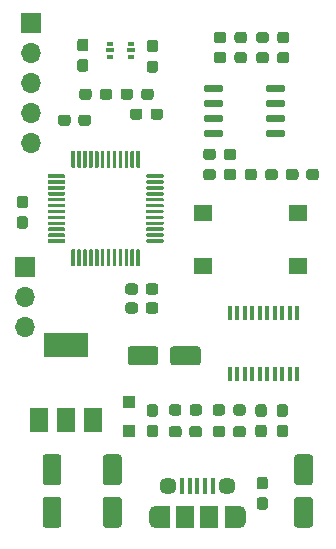
<source format=gts>
%TF.GenerationSoftware,KiCad,Pcbnew,(5.1.10)-1*%
%TF.CreationDate,2021-07-24T18:54:27+10:00*%
%TF.ProjectId,temperature_logger,74656d70-6572-4617-9475-72655f6c6f67,rev?*%
%TF.SameCoordinates,Original*%
%TF.FileFunction,Soldermask,Top*%
%TF.FilePolarity,Negative*%
%FSLAX46Y46*%
G04 Gerber Fmt 4.6, Leading zero omitted, Abs format (unit mm)*
G04 Created by KiCad (PCBNEW (5.1.10)-1) date 2021-07-24 18:54:27*
%MOMM*%
%LPD*%
G01*
G04 APERTURE LIST*
%ADD10O,1.700000X1.700000*%
%ADD11R,1.700000X1.700000*%
%ADD12R,1.600000X1.400000*%
%ADD13R,1.000000X1.000000*%
%ADD14R,0.400000X1.200000*%
%ADD15R,1.500000X2.000000*%
%ADD16R,3.800000X2.000000*%
%ADD17R,0.500000X0.375000*%
%ADD18R,0.650000X0.300000*%
%ADD19R,1.200000X1.900000*%
%ADD20O,1.200000X1.900000*%
%ADD21R,1.500000X1.900000*%
%ADD22C,1.450000*%
%ADD23R,0.400000X1.350000*%
G04 APERTURE END LIST*
D10*
%TO.C,J4*%
X131800000Y-92380000D03*
X131800000Y-89840000D03*
D11*
X131800000Y-87300000D03*
%TD*%
D10*
%TO.C,J1*%
X132300000Y-76860000D03*
X132300000Y-74320000D03*
X132300000Y-71780000D03*
X132300000Y-69240000D03*
D11*
X132300000Y-66700000D03*
%TD*%
D12*
%TO.C,SW1*%
X146900000Y-87250000D03*
X154900000Y-87250000D03*
X146900000Y-82750000D03*
X154900000Y-82750000D03*
%TD*%
%TO.C,C2*%
G36*
G01*
X155625000Y-79737500D02*
X155625000Y-79262500D01*
G75*
G02*
X155862500Y-79025000I237500J0D01*
G01*
X156462500Y-79025000D01*
G75*
G02*
X156700000Y-79262500I0J-237500D01*
G01*
X156700000Y-79737500D01*
G75*
G02*
X156462500Y-79975000I-237500J0D01*
G01*
X155862500Y-79975000D01*
G75*
G02*
X155625000Y-79737500I0J237500D01*
G01*
G37*
G36*
G01*
X153900000Y-79737500D02*
X153900000Y-79262500D01*
G75*
G02*
X154137500Y-79025000I237500J0D01*
G01*
X154737500Y-79025000D01*
G75*
G02*
X154975000Y-79262500I0J-237500D01*
G01*
X154975000Y-79737500D01*
G75*
G02*
X154737500Y-79975000I-237500J0D01*
G01*
X154137500Y-79975000D01*
G75*
G02*
X153900000Y-79737500I0J237500D01*
G01*
G37*
%TD*%
%TO.C,C8*%
G36*
G01*
X138650000Y-106800000D02*
X139750000Y-106800000D01*
G75*
G02*
X140000000Y-107050000I0J-250000D01*
G01*
X140000000Y-109150000D01*
G75*
G02*
X139750000Y-109400000I-250000J0D01*
G01*
X138650000Y-109400000D01*
G75*
G02*
X138400000Y-109150000I0J250000D01*
G01*
X138400000Y-107050000D01*
G75*
G02*
X138650000Y-106800000I250000J0D01*
G01*
G37*
G36*
G01*
X138650000Y-103200000D02*
X139750000Y-103200000D01*
G75*
G02*
X140000000Y-103450000I0J-250000D01*
G01*
X140000000Y-105550000D01*
G75*
G02*
X139750000Y-105800000I-250000J0D01*
G01*
X138650000Y-105800000D01*
G75*
G02*
X138400000Y-105550000I0J250000D01*
G01*
X138400000Y-103450000D01*
G75*
G02*
X138650000Y-103200000I250000J0D01*
G01*
G37*
%TD*%
%TO.C,C15*%
G36*
G01*
X154850000Y-106800000D02*
X155950000Y-106800000D01*
G75*
G02*
X156200000Y-107050000I0J-250000D01*
G01*
X156200000Y-109150000D01*
G75*
G02*
X155950000Y-109400000I-250000J0D01*
G01*
X154850000Y-109400000D01*
G75*
G02*
X154600000Y-109150000I0J250000D01*
G01*
X154600000Y-107050000D01*
G75*
G02*
X154850000Y-106800000I250000J0D01*
G01*
G37*
G36*
G01*
X154850000Y-103200000D02*
X155950000Y-103200000D01*
G75*
G02*
X156200000Y-103450000I0J-250000D01*
G01*
X156200000Y-105550000D01*
G75*
G02*
X155950000Y-105800000I-250000J0D01*
G01*
X154850000Y-105800000D01*
G75*
G02*
X154600000Y-105550000I0J250000D01*
G01*
X154600000Y-103450000D01*
G75*
G02*
X154850000Y-103200000I250000J0D01*
G01*
G37*
%TD*%
%TO.C,C12*%
G36*
G01*
X149425000Y-101507500D02*
X149425000Y-101032500D01*
G75*
G02*
X149662500Y-100795000I237500J0D01*
G01*
X150262500Y-100795000D01*
G75*
G02*
X150500000Y-101032500I0J-237500D01*
G01*
X150500000Y-101507500D01*
G75*
G02*
X150262500Y-101745000I-237500J0D01*
G01*
X149662500Y-101745000D01*
G75*
G02*
X149425000Y-101507500I0J237500D01*
G01*
G37*
G36*
G01*
X147700000Y-101507500D02*
X147700000Y-101032500D01*
G75*
G02*
X147937500Y-100795000I237500J0D01*
G01*
X148537500Y-100795000D01*
G75*
G02*
X148775000Y-101032500I0J-237500D01*
G01*
X148775000Y-101507500D01*
G75*
G02*
X148537500Y-101745000I-237500J0D01*
G01*
X147937500Y-101745000D01*
G75*
G02*
X147700000Y-101507500I0J237500D01*
G01*
G37*
%TD*%
%TO.C,C11*%
G36*
G01*
X145075000Y-101032500D02*
X145075000Y-101507500D01*
G75*
G02*
X144837500Y-101745000I-237500J0D01*
G01*
X144237500Y-101745000D01*
G75*
G02*
X144000000Y-101507500I0J237500D01*
G01*
X144000000Y-101032500D01*
G75*
G02*
X144237500Y-100795000I237500J0D01*
G01*
X144837500Y-100795000D01*
G75*
G02*
X145075000Y-101032500I0J-237500D01*
G01*
G37*
G36*
G01*
X146800000Y-101032500D02*
X146800000Y-101507500D01*
G75*
G02*
X146562500Y-101745000I-237500J0D01*
G01*
X145962500Y-101745000D01*
G75*
G02*
X145725000Y-101507500I0J237500D01*
G01*
X145725000Y-101032500D01*
G75*
G02*
X145962500Y-100795000I237500J0D01*
G01*
X146562500Y-100795000D01*
G75*
G02*
X146800000Y-101032500I0J-237500D01*
G01*
G37*
%TD*%
D13*
%TO.C,D3*%
X140600000Y-101250000D03*
X140600000Y-98750000D03*
%TD*%
%TO.C,D2*%
G36*
G01*
X148850000Y-67662500D02*
X148850000Y-68137500D01*
G75*
G02*
X148612500Y-68375000I-237500J0D01*
G01*
X148037500Y-68375000D01*
G75*
G02*
X147800000Y-68137500I0J237500D01*
G01*
X147800000Y-67662500D01*
G75*
G02*
X148037500Y-67425000I237500J0D01*
G01*
X148612500Y-67425000D01*
G75*
G02*
X148850000Y-67662500I0J-237500D01*
G01*
G37*
G36*
G01*
X150600000Y-67662500D02*
X150600000Y-68137500D01*
G75*
G02*
X150362500Y-68375000I-237500J0D01*
G01*
X149787500Y-68375000D01*
G75*
G02*
X149550000Y-68137500I0J237500D01*
G01*
X149550000Y-67662500D01*
G75*
G02*
X149787500Y-67425000I237500J0D01*
G01*
X150362500Y-67425000D01*
G75*
G02*
X150600000Y-67662500I0J-237500D01*
G01*
G37*
%TD*%
%TO.C,D1*%
G36*
G01*
X152450000Y-67662500D02*
X152450000Y-68137500D01*
G75*
G02*
X152212500Y-68375000I-237500J0D01*
G01*
X151637500Y-68375000D01*
G75*
G02*
X151400000Y-68137500I0J237500D01*
G01*
X151400000Y-67662500D01*
G75*
G02*
X151637500Y-67425000I237500J0D01*
G01*
X152212500Y-67425000D01*
G75*
G02*
X152450000Y-67662500I0J-237500D01*
G01*
G37*
G36*
G01*
X154200000Y-67662500D02*
X154200000Y-68137500D01*
G75*
G02*
X153962500Y-68375000I-237500J0D01*
G01*
X153387500Y-68375000D01*
G75*
G02*
X153150000Y-68137500I0J237500D01*
G01*
X153150000Y-67662500D01*
G75*
G02*
X153387500Y-67425000I237500J0D01*
G01*
X153962500Y-67425000D01*
G75*
G02*
X154200000Y-67662500I0J-237500D01*
G01*
G37*
%TD*%
%TO.C,C10*%
G36*
G01*
X144100000Y-95400000D02*
X144100000Y-94300000D01*
G75*
G02*
X144350000Y-94050000I250000J0D01*
G01*
X146450000Y-94050000D01*
G75*
G02*
X146700000Y-94300000I0J-250000D01*
G01*
X146700000Y-95400000D01*
G75*
G02*
X146450000Y-95650000I-250000J0D01*
G01*
X144350000Y-95650000D01*
G75*
G02*
X144100000Y-95400000I0J250000D01*
G01*
G37*
G36*
G01*
X140500000Y-95400000D02*
X140500000Y-94300000D01*
G75*
G02*
X140750000Y-94050000I250000J0D01*
G01*
X142850000Y-94050000D01*
G75*
G02*
X143100000Y-94300000I0J-250000D01*
G01*
X143100000Y-95400000D01*
G75*
G02*
X142850000Y-95650000I-250000J0D01*
G01*
X140750000Y-95650000D01*
G75*
G02*
X140500000Y-95400000I0J250000D01*
G01*
G37*
%TD*%
%TO.C,C9*%
G36*
G01*
X133550000Y-103200000D02*
X134650000Y-103200000D01*
G75*
G02*
X134900000Y-103450000I0J-250000D01*
G01*
X134900000Y-105550000D01*
G75*
G02*
X134650000Y-105800000I-250000J0D01*
G01*
X133550000Y-105800000D01*
G75*
G02*
X133300000Y-105550000I0J250000D01*
G01*
X133300000Y-103450000D01*
G75*
G02*
X133550000Y-103200000I250000J0D01*
G01*
G37*
G36*
G01*
X133550000Y-106800000D02*
X134650000Y-106800000D01*
G75*
G02*
X134900000Y-107050000I0J-250000D01*
G01*
X134900000Y-109150000D01*
G75*
G02*
X134650000Y-109400000I-250000J0D01*
G01*
X133550000Y-109400000D01*
G75*
G02*
X133300000Y-109150000I0J250000D01*
G01*
X133300000Y-107050000D01*
G75*
G02*
X133550000Y-106800000I250000J0D01*
G01*
G37*
%TD*%
D14*
%TO.C,U5*%
X154857500Y-96400000D03*
X154222500Y-96400000D03*
X153587500Y-96400000D03*
X152952500Y-96400000D03*
X152317500Y-96400000D03*
X151682500Y-96400000D03*
X151047500Y-96400000D03*
X150412500Y-96400000D03*
X149777500Y-96400000D03*
X149142500Y-96400000D03*
X149142500Y-91200000D03*
X149777500Y-91200000D03*
X150412500Y-91200000D03*
X151047500Y-91200000D03*
X151682500Y-91200000D03*
X152317500Y-91200000D03*
X152952500Y-91200000D03*
X153587500Y-91200000D03*
X154222500Y-91200000D03*
X154857500Y-91200000D03*
%TD*%
D15*
%TO.C,U4*%
X133000000Y-100250000D03*
X137600000Y-100250000D03*
X135300000Y-100250000D03*
D16*
X135300000Y-93950000D03*
%TD*%
%TO.C,U3*%
G36*
G01*
X135740000Y-78884000D02*
X135740000Y-77559000D01*
G75*
G02*
X135815000Y-77484000I75000J0D01*
G01*
X135965000Y-77484000D01*
G75*
G02*
X136040000Y-77559000I0J-75000D01*
G01*
X136040000Y-78884000D01*
G75*
G02*
X135965000Y-78959000I-75000J0D01*
G01*
X135815000Y-78959000D01*
G75*
G02*
X135740000Y-78884000I0J75000D01*
G01*
G37*
G36*
G01*
X136240000Y-78884000D02*
X136240000Y-77559000D01*
G75*
G02*
X136315000Y-77484000I75000J0D01*
G01*
X136465000Y-77484000D01*
G75*
G02*
X136540000Y-77559000I0J-75000D01*
G01*
X136540000Y-78884000D01*
G75*
G02*
X136465000Y-78959000I-75000J0D01*
G01*
X136315000Y-78959000D01*
G75*
G02*
X136240000Y-78884000I0J75000D01*
G01*
G37*
G36*
G01*
X136740000Y-78884000D02*
X136740000Y-77559000D01*
G75*
G02*
X136815000Y-77484000I75000J0D01*
G01*
X136965000Y-77484000D01*
G75*
G02*
X137040000Y-77559000I0J-75000D01*
G01*
X137040000Y-78884000D01*
G75*
G02*
X136965000Y-78959000I-75000J0D01*
G01*
X136815000Y-78959000D01*
G75*
G02*
X136740000Y-78884000I0J75000D01*
G01*
G37*
G36*
G01*
X137240000Y-78884000D02*
X137240000Y-77559000D01*
G75*
G02*
X137315000Y-77484000I75000J0D01*
G01*
X137465000Y-77484000D01*
G75*
G02*
X137540000Y-77559000I0J-75000D01*
G01*
X137540000Y-78884000D01*
G75*
G02*
X137465000Y-78959000I-75000J0D01*
G01*
X137315000Y-78959000D01*
G75*
G02*
X137240000Y-78884000I0J75000D01*
G01*
G37*
G36*
G01*
X137740000Y-78884000D02*
X137740000Y-77559000D01*
G75*
G02*
X137815000Y-77484000I75000J0D01*
G01*
X137965000Y-77484000D01*
G75*
G02*
X138040000Y-77559000I0J-75000D01*
G01*
X138040000Y-78884000D01*
G75*
G02*
X137965000Y-78959000I-75000J0D01*
G01*
X137815000Y-78959000D01*
G75*
G02*
X137740000Y-78884000I0J75000D01*
G01*
G37*
G36*
G01*
X138240000Y-78884000D02*
X138240000Y-77559000D01*
G75*
G02*
X138315000Y-77484000I75000J0D01*
G01*
X138465000Y-77484000D01*
G75*
G02*
X138540000Y-77559000I0J-75000D01*
G01*
X138540000Y-78884000D01*
G75*
G02*
X138465000Y-78959000I-75000J0D01*
G01*
X138315000Y-78959000D01*
G75*
G02*
X138240000Y-78884000I0J75000D01*
G01*
G37*
G36*
G01*
X138740000Y-78884000D02*
X138740000Y-77559000D01*
G75*
G02*
X138815000Y-77484000I75000J0D01*
G01*
X138965000Y-77484000D01*
G75*
G02*
X139040000Y-77559000I0J-75000D01*
G01*
X139040000Y-78884000D01*
G75*
G02*
X138965000Y-78959000I-75000J0D01*
G01*
X138815000Y-78959000D01*
G75*
G02*
X138740000Y-78884000I0J75000D01*
G01*
G37*
G36*
G01*
X139240000Y-78884000D02*
X139240000Y-77559000D01*
G75*
G02*
X139315000Y-77484000I75000J0D01*
G01*
X139465000Y-77484000D01*
G75*
G02*
X139540000Y-77559000I0J-75000D01*
G01*
X139540000Y-78884000D01*
G75*
G02*
X139465000Y-78959000I-75000J0D01*
G01*
X139315000Y-78959000D01*
G75*
G02*
X139240000Y-78884000I0J75000D01*
G01*
G37*
G36*
G01*
X139740000Y-78884000D02*
X139740000Y-77559000D01*
G75*
G02*
X139815000Y-77484000I75000J0D01*
G01*
X139965000Y-77484000D01*
G75*
G02*
X140040000Y-77559000I0J-75000D01*
G01*
X140040000Y-78884000D01*
G75*
G02*
X139965000Y-78959000I-75000J0D01*
G01*
X139815000Y-78959000D01*
G75*
G02*
X139740000Y-78884000I0J75000D01*
G01*
G37*
G36*
G01*
X140240000Y-78884000D02*
X140240000Y-77559000D01*
G75*
G02*
X140315000Y-77484000I75000J0D01*
G01*
X140465000Y-77484000D01*
G75*
G02*
X140540000Y-77559000I0J-75000D01*
G01*
X140540000Y-78884000D01*
G75*
G02*
X140465000Y-78959000I-75000J0D01*
G01*
X140315000Y-78959000D01*
G75*
G02*
X140240000Y-78884000I0J75000D01*
G01*
G37*
G36*
G01*
X140740000Y-78884000D02*
X140740000Y-77559000D01*
G75*
G02*
X140815000Y-77484000I75000J0D01*
G01*
X140965000Y-77484000D01*
G75*
G02*
X141040000Y-77559000I0J-75000D01*
G01*
X141040000Y-78884000D01*
G75*
G02*
X140965000Y-78959000I-75000J0D01*
G01*
X140815000Y-78959000D01*
G75*
G02*
X140740000Y-78884000I0J75000D01*
G01*
G37*
G36*
G01*
X141240000Y-78884000D02*
X141240000Y-77559000D01*
G75*
G02*
X141315000Y-77484000I75000J0D01*
G01*
X141465000Y-77484000D01*
G75*
G02*
X141540000Y-77559000I0J-75000D01*
G01*
X141540000Y-78884000D01*
G75*
G02*
X141465000Y-78959000I-75000J0D01*
G01*
X141315000Y-78959000D01*
G75*
G02*
X141240000Y-78884000I0J75000D01*
G01*
G37*
G36*
G01*
X142065000Y-79709000D02*
X142065000Y-79559000D01*
G75*
G02*
X142140000Y-79484000I75000J0D01*
G01*
X143465000Y-79484000D01*
G75*
G02*
X143540000Y-79559000I0J-75000D01*
G01*
X143540000Y-79709000D01*
G75*
G02*
X143465000Y-79784000I-75000J0D01*
G01*
X142140000Y-79784000D01*
G75*
G02*
X142065000Y-79709000I0J75000D01*
G01*
G37*
G36*
G01*
X142065000Y-80209000D02*
X142065000Y-80059000D01*
G75*
G02*
X142140000Y-79984000I75000J0D01*
G01*
X143465000Y-79984000D01*
G75*
G02*
X143540000Y-80059000I0J-75000D01*
G01*
X143540000Y-80209000D01*
G75*
G02*
X143465000Y-80284000I-75000J0D01*
G01*
X142140000Y-80284000D01*
G75*
G02*
X142065000Y-80209000I0J75000D01*
G01*
G37*
G36*
G01*
X142065000Y-80709000D02*
X142065000Y-80559000D01*
G75*
G02*
X142140000Y-80484000I75000J0D01*
G01*
X143465000Y-80484000D01*
G75*
G02*
X143540000Y-80559000I0J-75000D01*
G01*
X143540000Y-80709000D01*
G75*
G02*
X143465000Y-80784000I-75000J0D01*
G01*
X142140000Y-80784000D01*
G75*
G02*
X142065000Y-80709000I0J75000D01*
G01*
G37*
G36*
G01*
X142065000Y-81209000D02*
X142065000Y-81059000D01*
G75*
G02*
X142140000Y-80984000I75000J0D01*
G01*
X143465000Y-80984000D01*
G75*
G02*
X143540000Y-81059000I0J-75000D01*
G01*
X143540000Y-81209000D01*
G75*
G02*
X143465000Y-81284000I-75000J0D01*
G01*
X142140000Y-81284000D01*
G75*
G02*
X142065000Y-81209000I0J75000D01*
G01*
G37*
G36*
G01*
X142065000Y-81709000D02*
X142065000Y-81559000D01*
G75*
G02*
X142140000Y-81484000I75000J0D01*
G01*
X143465000Y-81484000D01*
G75*
G02*
X143540000Y-81559000I0J-75000D01*
G01*
X143540000Y-81709000D01*
G75*
G02*
X143465000Y-81784000I-75000J0D01*
G01*
X142140000Y-81784000D01*
G75*
G02*
X142065000Y-81709000I0J75000D01*
G01*
G37*
G36*
G01*
X142065000Y-82209000D02*
X142065000Y-82059000D01*
G75*
G02*
X142140000Y-81984000I75000J0D01*
G01*
X143465000Y-81984000D01*
G75*
G02*
X143540000Y-82059000I0J-75000D01*
G01*
X143540000Y-82209000D01*
G75*
G02*
X143465000Y-82284000I-75000J0D01*
G01*
X142140000Y-82284000D01*
G75*
G02*
X142065000Y-82209000I0J75000D01*
G01*
G37*
G36*
G01*
X142065000Y-82709000D02*
X142065000Y-82559000D01*
G75*
G02*
X142140000Y-82484000I75000J0D01*
G01*
X143465000Y-82484000D01*
G75*
G02*
X143540000Y-82559000I0J-75000D01*
G01*
X143540000Y-82709000D01*
G75*
G02*
X143465000Y-82784000I-75000J0D01*
G01*
X142140000Y-82784000D01*
G75*
G02*
X142065000Y-82709000I0J75000D01*
G01*
G37*
G36*
G01*
X142065000Y-83209000D02*
X142065000Y-83059000D01*
G75*
G02*
X142140000Y-82984000I75000J0D01*
G01*
X143465000Y-82984000D01*
G75*
G02*
X143540000Y-83059000I0J-75000D01*
G01*
X143540000Y-83209000D01*
G75*
G02*
X143465000Y-83284000I-75000J0D01*
G01*
X142140000Y-83284000D01*
G75*
G02*
X142065000Y-83209000I0J75000D01*
G01*
G37*
G36*
G01*
X142065000Y-83709000D02*
X142065000Y-83559000D01*
G75*
G02*
X142140000Y-83484000I75000J0D01*
G01*
X143465000Y-83484000D01*
G75*
G02*
X143540000Y-83559000I0J-75000D01*
G01*
X143540000Y-83709000D01*
G75*
G02*
X143465000Y-83784000I-75000J0D01*
G01*
X142140000Y-83784000D01*
G75*
G02*
X142065000Y-83709000I0J75000D01*
G01*
G37*
G36*
G01*
X142065000Y-84209000D02*
X142065000Y-84059000D01*
G75*
G02*
X142140000Y-83984000I75000J0D01*
G01*
X143465000Y-83984000D01*
G75*
G02*
X143540000Y-84059000I0J-75000D01*
G01*
X143540000Y-84209000D01*
G75*
G02*
X143465000Y-84284000I-75000J0D01*
G01*
X142140000Y-84284000D01*
G75*
G02*
X142065000Y-84209000I0J75000D01*
G01*
G37*
G36*
G01*
X142065000Y-84709000D02*
X142065000Y-84559000D01*
G75*
G02*
X142140000Y-84484000I75000J0D01*
G01*
X143465000Y-84484000D01*
G75*
G02*
X143540000Y-84559000I0J-75000D01*
G01*
X143540000Y-84709000D01*
G75*
G02*
X143465000Y-84784000I-75000J0D01*
G01*
X142140000Y-84784000D01*
G75*
G02*
X142065000Y-84709000I0J75000D01*
G01*
G37*
G36*
G01*
X142065000Y-85209000D02*
X142065000Y-85059000D01*
G75*
G02*
X142140000Y-84984000I75000J0D01*
G01*
X143465000Y-84984000D01*
G75*
G02*
X143540000Y-85059000I0J-75000D01*
G01*
X143540000Y-85209000D01*
G75*
G02*
X143465000Y-85284000I-75000J0D01*
G01*
X142140000Y-85284000D01*
G75*
G02*
X142065000Y-85209000I0J75000D01*
G01*
G37*
G36*
G01*
X141240000Y-87209000D02*
X141240000Y-85884000D01*
G75*
G02*
X141315000Y-85809000I75000J0D01*
G01*
X141465000Y-85809000D01*
G75*
G02*
X141540000Y-85884000I0J-75000D01*
G01*
X141540000Y-87209000D01*
G75*
G02*
X141465000Y-87284000I-75000J0D01*
G01*
X141315000Y-87284000D01*
G75*
G02*
X141240000Y-87209000I0J75000D01*
G01*
G37*
G36*
G01*
X140740000Y-87209000D02*
X140740000Y-85884000D01*
G75*
G02*
X140815000Y-85809000I75000J0D01*
G01*
X140965000Y-85809000D01*
G75*
G02*
X141040000Y-85884000I0J-75000D01*
G01*
X141040000Y-87209000D01*
G75*
G02*
X140965000Y-87284000I-75000J0D01*
G01*
X140815000Y-87284000D01*
G75*
G02*
X140740000Y-87209000I0J75000D01*
G01*
G37*
G36*
G01*
X140240000Y-87209000D02*
X140240000Y-85884000D01*
G75*
G02*
X140315000Y-85809000I75000J0D01*
G01*
X140465000Y-85809000D01*
G75*
G02*
X140540000Y-85884000I0J-75000D01*
G01*
X140540000Y-87209000D01*
G75*
G02*
X140465000Y-87284000I-75000J0D01*
G01*
X140315000Y-87284000D01*
G75*
G02*
X140240000Y-87209000I0J75000D01*
G01*
G37*
G36*
G01*
X139740000Y-87209000D02*
X139740000Y-85884000D01*
G75*
G02*
X139815000Y-85809000I75000J0D01*
G01*
X139965000Y-85809000D01*
G75*
G02*
X140040000Y-85884000I0J-75000D01*
G01*
X140040000Y-87209000D01*
G75*
G02*
X139965000Y-87284000I-75000J0D01*
G01*
X139815000Y-87284000D01*
G75*
G02*
X139740000Y-87209000I0J75000D01*
G01*
G37*
G36*
G01*
X139240000Y-87209000D02*
X139240000Y-85884000D01*
G75*
G02*
X139315000Y-85809000I75000J0D01*
G01*
X139465000Y-85809000D01*
G75*
G02*
X139540000Y-85884000I0J-75000D01*
G01*
X139540000Y-87209000D01*
G75*
G02*
X139465000Y-87284000I-75000J0D01*
G01*
X139315000Y-87284000D01*
G75*
G02*
X139240000Y-87209000I0J75000D01*
G01*
G37*
G36*
G01*
X138740000Y-87209000D02*
X138740000Y-85884000D01*
G75*
G02*
X138815000Y-85809000I75000J0D01*
G01*
X138965000Y-85809000D01*
G75*
G02*
X139040000Y-85884000I0J-75000D01*
G01*
X139040000Y-87209000D01*
G75*
G02*
X138965000Y-87284000I-75000J0D01*
G01*
X138815000Y-87284000D01*
G75*
G02*
X138740000Y-87209000I0J75000D01*
G01*
G37*
G36*
G01*
X138240000Y-87209000D02*
X138240000Y-85884000D01*
G75*
G02*
X138315000Y-85809000I75000J0D01*
G01*
X138465000Y-85809000D01*
G75*
G02*
X138540000Y-85884000I0J-75000D01*
G01*
X138540000Y-87209000D01*
G75*
G02*
X138465000Y-87284000I-75000J0D01*
G01*
X138315000Y-87284000D01*
G75*
G02*
X138240000Y-87209000I0J75000D01*
G01*
G37*
G36*
G01*
X137740000Y-87209000D02*
X137740000Y-85884000D01*
G75*
G02*
X137815000Y-85809000I75000J0D01*
G01*
X137965000Y-85809000D01*
G75*
G02*
X138040000Y-85884000I0J-75000D01*
G01*
X138040000Y-87209000D01*
G75*
G02*
X137965000Y-87284000I-75000J0D01*
G01*
X137815000Y-87284000D01*
G75*
G02*
X137740000Y-87209000I0J75000D01*
G01*
G37*
G36*
G01*
X137240000Y-87209000D02*
X137240000Y-85884000D01*
G75*
G02*
X137315000Y-85809000I75000J0D01*
G01*
X137465000Y-85809000D01*
G75*
G02*
X137540000Y-85884000I0J-75000D01*
G01*
X137540000Y-87209000D01*
G75*
G02*
X137465000Y-87284000I-75000J0D01*
G01*
X137315000Y-87284000D01*
G75*
G02*
X137240000Y-87209000I0J75000D01*
G01*
G37*
G36*
G01*
X136740000Y-87209000D02*
X136740000Y-85884000D01*
G75*
G02*
X136815000Y-85809000I75000J0D01*
G01*
X136965000Y-85809000D01*
G75*
G02*
X137040000Y-85884000I0J-75000D01*
G01*
X137040000Y-87209000D01*
G75*
G02*
X136965000Y-87284000I-75000J0D01*
G01*
X136815000Y-87284000D01*
G75*
G02*
X136740000Y-87209000I0J75000D01*
G01*
G37*
G36*
G01*
X136240000Y-87209000D02*
X136240000Y-85884000D01*
G75*
G02*
X136315000Y-85809000I75000J0D01*
G01*
X136465000Y-85809000D01*
G75*
G02*
X136540000Y-85884000I0J-75000D01*
G01*
X136540000Y-87209000D01*
G75*
G02*
X136465000Y-87284000I-75000J0D01*
G01*
X136315000Y-87284000D01*
G75*
G02*
X136240000Y-87209000I0J75000D01*
G01*
G37*
G36*
G01*
X135740000Y-87209000D02*
X135740000Y-85884000D01*
G75*
G02*
X135815000Y-85809000I75000J0D01*
G01*
X135965000Y-85809000D01*
G75*
G02*
X136040000Y-85884000I0J-75000D01*
G01*
X136040000Y-87209000D01*
G75*
G02*
X135965000Y-87284000I-75000J0D01*
G01*
X135815000Y-87284000D01*
G75*
G02*
X135740000Y-87209000I0J75000D01*
G01*
G37*
G36*
G01*
X133740000Y-85209000D02*
X133740000Y-85059000D01*
G75*
G02*
X133815000Y-84984000I75000J0D01*
G01*
X135140000Y-84984000D01*
G75*
G02*
X135215000Y-85059000I0J-75000D01*
G01*
X135215000Y-85209000D01*
G75*
G02*
X135140000Y-85284000I-75000J0D01*
G01*
X133815000Y-85284000D01*
G75*
G02*
X133740000Y-85209000I0J75000D01*
G01*
G37*
G36*
G01*
X133740000Y-84709000D02*
X133740000Y-84559000D01*
G75*
G02*
X133815000Y-84484000I75000J0D01*
G01*
X135140000Y-84484000D01*
G75*
G02*
X135215000Y-84559000I0J-75000D01*
G01*
X135215000Y-84709000D01*
G75*
G02*
X135140000Y-84784000I-75000J0D01*
G01*
X133815000Y-84784000D01*
G75*
G02*
X133740000Y-84709000I0J75000D01*
G01*
G37*
G36*
G01*
X133740000Y-84209000D02*
X133740000Y-84059000D01*
G75*
G02*
X133815000Y-83984000I75000J0D01*
G01*
X135140000Y-83984000D01*
G75*
G02*
X135215000Y-84059000I0J-75000D01*
G01*
X135215000Y-84209000D01*
G75*
G02*
X135140000Y-84284000I-75000J0D01*
G01*
X133815000Y-84284000D01*
G75*
G02*
X133740000Y-84209000I0J75000D01*
G01*
G37*
G36*
G01*
X133740000Y-83709000D02*
X133740000Y-83559000D01*
G75*
G02*
X133815000Y-83484000I75000J0D01*
G01*
X135140000Y-83484000D01*
G75*
G02*
X135215000Y-83559000I0J-75000D01*
G01*
X135215000Y-83709000D01*
G75*
G02*
X135140000Y-83784000I-75000J0D01*
G01*
X133815000Y-83784000D01*
G75*
G02*
X133740000Y-83709000I0J75000D01*
G01*
G37*
G36*
G01*
X133740000Y-83209000D02*
X133740000Y-83059000D01*
G75*
G02*
X133815000Y-82984000I75000J0D01*
G01*
X135140000Y-82984000D01*
G75*
G02*
X135215000Y-83059000I0J-75000D01*
G01*
X135215000Y-83209000D01*
G75*
G02*
X135140000Y-83284000I-75000J0D01*
G01*
X133815000Y-83284000D01*
G75*
G02*
X133740000Y-83209000I0J75000D01*
G01*
G37*
G36*
G01*
X133740000Y-82709000D02*
X133740000Y-82559000D01*
G75*
G02*
X133815000Y-82484000I75000J0D01*
G01*
X135140000Y-82484000D01*
G75*
G02*
X135215000Y-82559000I0J-75000D01*
G01*
X135215000Y-82709000D01*
G75*
G02*
X135140000Y-82784000I-75000J0D01*
G01*
X133815000Y-82784000D01*
G75*
G02*
X133740000Y-82709000I0J75000D01*
G01*
G37*
G36*
G01*
X133740000Y-82209000D02*
X133740000Y-82059000D01*
G75*
G02*
X133815000Y-81984000I75000J0D01*
G01*
X135140000Y-81984000D01*
G75*
G02*
X135215000Y-82059000I0J-75000D01*
G01*
X135215000Y-82209000D01*
G75*
G02*
X135140000Y-82284000I-75000J0D01*
G01*
X133815000Y-82284000D01*
G75*
G02*
X133740000Y-82209000I0J75000D01*
G01*
G37*
G36*
G01*
X133740000Y-81709000D02*
X133740000Y-81559000D01*
G75*
G02*
X133815000Y-81484000I75000J0D01*
G01*
X135140000Y-81484000D01*
G75*
G02*
X135215000Y-81559000I0J-75000D01*
G01*
X135215000Y-81709000D01*
G75*
G02*
X135140000Y-81784000I-75000J0D01*
G01*
X133815000Y-81784000D01*
G75*
G02*
X133740000Y-81709000I0J75000D01*
G01*
G37*
G36*
G01*
X133740000Y-81209000D02*
X133740000Y-81059000D01*
G75*
G02*
X133815000Y-80984000I75000J0D01*
G01*
X135140000Y-80984000D01*
G75*
G02*
X135215000Y-81059000I0J-75000D01*
G01*
X135215000Y-81209000D01*
G75*
G02*
X135140000Y-81284000I-75000J0D01*
G01*
X133815000Y-81284000D01*
G75*
G02*
X133740000Y-81209000I0J75000D01*
G01*
G37*
G36*
G01*
X133740000Y-80709000D02*
X133740000Y-80559000D01*
G75*
G02*
X133815000Y-80484000I75000J0D01*
G01*
X135140000Y-80484000D01*
G75*
G02*
X135215000Y-80559000I0J-75000D01*
G01*
X135215000Y-80709000D01*
G75*
G02*
X135140000Y-80784000I-75000J0D01*
G01*
X133815000Y-80784000D01*
G75*
G02*
X133740000Y-80709000I0J75000D01*
G01*
G37*
G36*
G01*
X133740000Y-80209000D02*
X133740000Y-80059000D01*
G75*
G02*
X133815000Y-79984000I75000J0D01*
G01*
X135140000Y-79984000D01*
G75*
G02*
X135215000Y-80059000I0J-75000D01*
G01*
X135215000Y-80209000D01*
G75*
G02*
X135140000Y-80284000I-75000J0D01*
G01*
X133815000Y-80284000D01*
G75*
G02*
X133740000Y-80209000I0J75000D01*
G01*
G37*
G36*
G01*
X133740000Y-79709000D02*
X133740000Y-79559000D01*
G75*
G02*
X133815000Y-79484000I75000J0D01*
G01*
X135140000Y-79484000D01*
G75*
G02*
X135215000Y-79559000I0J-75000D01*
G01*
X135215000Y-79709000D01*
G75*
G02*
X135140000Y-79784000I-75000J0D01*
G01*
X133815000Y-79784000D01*
G75*
G02*
X133740000Y-79709000I0J75000D01*
G01*
G37*
%TD*%
%TO.C,U2*%
G36*
G01*
X148600000Y-75855000D02*
X148600000Y-76155000D01*
G75*
G02*
X148450000Y-76305000I-150000J0D01*
G01*
X147100000Y-76305000D01*
G75*
G02*
X146950000Y-76155000I0J150000D01*
G01*
X146950000Y-75855000D01*
G75*
G02*
X147100000Y-75705000I150000J0D01*
G01*
X148450000Y-75705000D01*
G75*
G02*
X148600000Y-75855000I0J-150000D01*
G01*
G37*
G36*
G01*
X148600000Y-74585000D02*
X148600000Y-74885000D01*
G75*
G02*
X148450000Y-75035000I-150000J0D01*
G01*
X147100000Y-75035000D01*
G75*
G02*
X146950000Y-74885000I0J150000D01*
G01*
X146950000Y-74585000D01*
G75*
G02*
X147100000Y-74435000I150000J0D01*
G01*
X148450000Y-74435000D01*
G75*
G02*
X148600000Y-74585000I0J-150000D01*
G01*
G37*
G36*
G01*
X148600000Y-73315000D02*
X148600000Y-73615000D01*
G75*
G02*
X148450000Y-73765000I-150000J0D01*
G01*
X147100000Y-73765000D01*
G75*
G02*
X146950000Y-73615000I0J150000D01*
G01*
X146950000Y-73315000D01*
G75*
G02*
X147100000Y-73165000I150000J0D01*
G01*
X148450000Y-73165000D01*
G75*
G02*
X148600000Y-73315000I0J-150000D01*
G01*
G37*
G36*
G01*
X148600000Y-72045000D02*
X148600000Y-72345000D01*
G75*
G02*
X148450000Y-72495000I-150000J0D01*
G01*
X147100000Y-72495000D01*
G75*
G02*
X146950000Y-72345000I0J150000D01*
G01*
X146950000Y-72045000D01*
G75*
G02*
X147100000Y-71895000I150000J0D01*
G01*
X148450000Y-71895000D01*
G75*
G02*
X148600000Y-72045000I0J-150000D01*
G01*
G37*
G36*
G01*
X153850000Y-72045000D02*
X153850000Y-72345000D01*
G75*
G02*
X153700000Y-72495000I-150000J0D01*
G01*
X152350000Y-72495000D01*
G75*
G02*
X152200000Y-72345000I0J150000D01*
G01*
X152200000Y-72045000D01*
G75*
G02*
X152350000Y-71895000I150000J0D01*
G01*
X153700000Y-71895000D01*
G75*
G02*
X153850000Y-72045000I0J-150000D01*
G01*
G37*
G36*
G01*
X153850000Y-73315000D02*
X153850000Y-73615000D01*
G75*
G02*
X153700000Y-73765000I-150000J0D01*
G01*
X152350000Y-73765000D01*
G75*
G02*
X152200000Y-73615000I0J150000D01*
G01*
X152200000Y-73315000D01*
G75*
G02*
X152350000Y-73165000I150000J0D01*
G01*
X153700000Y-73165000D01*
G75*
G02*
X153850000Y-73315000I0J-150000D01*
G01*
G37*
G36*
G01*
X153850000Y-74585000D02*
X153850000Y-74885000D01*
G75*
G02*
X153700000Y-75035000I-150000J0D01*
G01*
X152350000Y-75035000D01*
G75*
G02*
X152200000Y-74885000I0J150000D01*
G01*
X152200000Y-74585000D01*
G75*
G02*
X152350000Y-74435000I150000J0D01*
G01*
X153700000Y-74435000D01*
G75*
G02*
X153850000Y-74585000I0J-150000D01*
G01*
G37*
G36*
G01*
X153850000Y-75855000D02*
X153850000Y-76155000D01*
G75*
G02*
X153700000Y-76305000I-150000J0D01*
G01*
X152350000Y-76305000D01*
G75*
G02*
X152200000Y-76155000I0J150000D01*
G01*
X152200000Y-75855000D01*
G75*
G02*
X152350000Y-75705000I150000J0D01*
G01*
X153700000Y-75705000D01*
G75*
G02*
X153850000Y-75855000I0J-150000D01*
G01*
G37*
%TD*%
D17*
%TO.C,U1*%
X139050000Y-69537500D03*
X139050000Y-68462500D03*
D18*
X140825000Y-69000000D03*
X138975000Y-69000000D03*
D17*
X140750000Y-68462500D03*
X140750000Y-69537500D03*
%TD*%
%TO.C,R13*%
G36*
G01*
X148750000Y-99192500D02*
X148750000Y-99667500D01*
G75*
G02*
X148512500Y-99905000I-237500J0D01*
G01*
X147937500Y-99905000D01*
G75*
G02*
X147700000Y-99667500I0J237500D01*
G01*
X147700000Y-99192500D01*
G75*
G02*
X147937500Y-98955000I237500J0D01*
G01*
X148512500Y-98955000D01*
G75*
G02*
X148750000Y-99192500I0J-237500D01*
G01*
G37*
G36*
G01*
X150500000Y-99192500D02*
X150500000Y-99667500D01*
G75*
G02*
X150262500Y-99905000I-237500J0D01*
G01*
X149687500Y-99905000D01*
G75*
G02*
X149450000Y-99667500I0J237500D01*
G01*
X149450000Y-99192500D01*
G75*
G02*
X149687500Y-98955000I237500J0D01*
G01*
X150262500Y-98955000D01*
G75*
G02*
X150500000Y-99192500I0J-237500D01*
G01*
G37*
%TD*%
%TO.C,R12*%
G36*
G01*
X145050000Y-99192500D02*
X145050000Y-99667500D01*
G75*
G02*
X144812500Y-99905000I-237500J0D01*
G01*
X144237500Y-99905000D01*
G75*
G02*
X144000000Y-99667500I0J237500D01*
G01*
X144000000Y-99192500D01*
G75*
G02*
X144237500Y-98955000I237500J0D01*
G01*
X144812500Y-98955000D01*
G75*
G02*
X145050000Y-99192500I0J-237500D01*
G01*
G37*
G36*
G01*
X146800000Y-99192500D02*
X146800000Y-99667500D01*
G75*
G02*
X146562500Y-99905000I-237500J0D01*
G01*
X145987500Y-99905000D01*
G75*
G02*
X145750000Y-99667500I0J237500D01*
G01*
X145750000Y-99192500D01*
G75*
G02*
X145987500Y-98955000I237500J0D01*
G01*
X146562500Y-98955000D01*
G75*
G02*
X146800000Y-99192500I0J-237500D01*
G01*
G37*
%TD*%
%TO.C,R11*%
G36*
G01*
X142837500Y-100000000D02*
X142362500Y-100000000D01*
G75*
G02*
X142125000Y-99762500I0J237500D01*
G01*
X142125000Y-99187500D01*
G75*
G02*
X142362500Y-98950000I237500J0D01*
G01*
X142837500Y-98950000D01*
G75*
G02*
X143075000Y-99187500I0J-237500D01*
G01*
X143075000Y-99762500D01*
G75*
G02*
X142837500Y-100000000I-237500J0D01*
G01*
G37*
G36*
G01*
X142837500Y-101750000D02*
X142362500Y-101750000D01*
G75*
G02*
X142125000Y-101512500I0J237500D01*
G01*
X142125000Y-100937500D01*
G75*
G02*
X142362500Y-100700000I237500J0D01*
G01*
X142837500Y-100700000D01*
G75*
G02*
X143075000Y-100937500I0J-237500D01*
G01*
X143075000Y-101512500D01*
G75*
G02*
X142837500Y-101750000I-237500J0D01*
G01*
G37*
%TD*%
%TO.C,R8*%
G36*
G01*
X142450000Y-74637500D02*
X142450000Y-74162500D01*
G75*
G02*
X142687500Y-73925000I237500J0D01*
G01*
X143262500Y-73925000D01*
G75*
G02*
X143500000Y-74162500I0J-237500D01*
G01*
X143500000Y-74637500D01*
G75*
G02*
X143262500Y-74875000I-237500J0D01*
G01*
X142687500Y-74875000D01*
G75*
G02*
X142450000Y-74637500I0J237500D01*
G01*
G37*
G36*
G01*
X140700000Y-74637500D02*
X140700000Y-74162500D01*
G75*
G02*
X140937500Y-73925000I237500J0D01*
G01*
X141512500Y-73925000D01*
G75*
G02*
X141750000Y-74162500I0J-237500D01*
G01*
X141750000Y-74637500D01*
G75*
G02*
X141512500Y-74875000I-237500J0D01*
G01*
X140937500Y-74875000D01*
G75*
G02*
X140700000Y-74637500I0J237500D01*
G01*
G37*
%TD*%
%TO.C,R7*%
G36*
G01*
X148650000Y-79737500D02*
X148650000Y-79262500D01*
G75*
G02*
X148887500Y-79025000I237500J0D01*
G01*
X149462500Y-79025000D01*
G75*
G02*
X149700000Y-79262500I0J-237500D01*
G01*
X149700000Y-79737500D01*
G75*
G02*
X149462500Y-79975000I-237500J0D01*
G01*
X148887500Y-79975000D01*
G75*
G02*
X148650000Y-79737500I0J237500D01*
G01*
G37*
G36*
G01*
X146900000Y-79737500D02*
X146900000Y-79262500D01*
G75*
G02*
X147137500Y-79025000I237500J0D01*
G01*
X147712500Y-79025000D01*
G75*
G02*
X147950000Y-79262500I0J-237500D01*
G01*
X147950000Y-79737500D01*
G75*
G02*
X147712500Y-79975000I-237500J0D01*
G01*
X147137500Y-79975000D01*
G75*
G02*
X146900000Y-79737500I0J237500D01*
G01*
G37*
%TD*%
%TO.C,R6*%
G36*
G01*
X152150000Y-79737500D02*
X152150000Y-79262500D01*
G75*
G02*
X152387500Y-79025000I237500J0D01*
G01*
X152962500Y-79025000D01*
G75*
G02*
X153200000Y-79262500I0J-237500D01*
G01*
X153200000Y-79737500D01*
G75*
G02*
X152962500Y-79975000I-237500J0D01*
G01*
X152387500Y-79975000D01*
G75*
G02*
X152150000Y-79737500I0J237500D01*
G01*
G37*
G36*
G01*
X150400000Y-79737500D02*
X150400000Y-79262500D01*
G75*
G02*
X150637500Y-79025000I237500J0D01*
G01*
X151212500Y-79025000D01*
G75*
G02*
X151450000Y-79262500I0J-237500D01*
G01*
X151450000Y-79737500D01*
G75*
G02*
X151212500Y-79975000I-237500J0D01*
G01*
X150637500Y-79975000D01*
G75*
G02*
X150400000Y-79737500I0J237500D01*
G01*
G37*
%TD*%
%TO.C,R5*%
G36*
G01*
X141650000Y-72937500D02*
X141650000Y-72462500D01*
G75*
G02*
X141887500Y-72225000I237500J0D01*
G01*
X142462500Y-72225000D01*
G75*
G02*
X142700000Y-72462500I0J-237500D01*
G01*
X142700000Y-72937500D01*
G75*
G02*
X142462500Y-73175000I-237500J0D01*
G01*
X141887500Y-73175000D01*
G75*
G02*
X141650000Y-72937500I0J237500D01*
G01*
G37*
G36*
G01*
X139900000Y-72937500D02*
X139900000Y-72462500D01*
G75*
G02*
X140137500Y-72225000I237500J0D01*
G01*
X140712500Y-72225000D01*
G75*
G02*
X140950000Y-72462500I0J-237500D01*
G01*
X140950000Y-72937500D01*
G75*
G02*
X140712500Y-73175000I-237500J0D01*
G01*
X140137500Y-73175000D01*
G75*
G02*
X139900000Y-72937500I0J237500D01*
G01*
G37*
%TD*%
%TO.C,R4*%
G36*
G01*
X137450000Y-72462500D02*
X137450000Y-72937500D01*
G75*
G02*
X137212500Y-73175000I-237500J0D01*
G01*
X136637500Y-73175000D01*
G75*
G02*
X136400000Y-72937500I0J237500D01*
G01*
X136400000Y-72462500D01*
G75*
G02*
X136637500Y-72225000I237500J0D01*
G01*
X137212500Y-72225000D01*
G75*
G02*
X137450000Y-72462500I0J-237500D01*
G01*
G37*
G36*
G01*
X139200000Y-72462500D02*
X139200000Y-72937500D01*
G75*
G02*
X138962500Y-73175000I-237500J0D01*
G01*
X138387500Y-73175000D01*
G75*
G02*
X138150000Y-72937500I0J237500D01*
G01*
X138150000Y-72462500D01*
G75*
G02*
X138387500Y-72225000I237500J0D01*
G01*
X138962500Y-72225000D01*
G75*
G02*
X139200000Y-72462500I0J-237500D01*
G01*
G37*
%TD*%
%TO.C,R3*%
G36*
G01*
X142362500Y-69850000D02*
X142837500Y-69850000D01*
G75*
G02*
X143075000Y-70087500I0J-237500D01*
G01*
X143075000Y-70662500D01*
G75*
G02*
X142837500Y-70900000I-237500J0D01*
G01*
X142362500Y-70900000D01*
G75*
G02*
X142125000Y-70662500I0J237500D01*
G01*
X142125000Y-70087500D01*
G75*
G02*
X142362500Y-69850000I237500J0D01*
G01*
G37*
G36*
G01*
X142362500Y-68100000D02*
X142837500Y-68100000D01*
G75*
G02*
X143075000Y-68337500I0J-237500D01*
G01*
X143075000Y-68912500D01*
G75*
G02*
X142837500Y-69150000I-237500J0D01*
G01*
X142362500Y-69150000D01*
G75*
G02*
X142125000Y-68912500I0J237500D01*
G01*
X142125000Y-68337500D01*
G75*
G02*
X142362500Y-68100000I237500J0D01*
G01*
G37*
%TD*%
%TO.C,R2*%
G36*
G01*
X148850000Y-69362500D02*
X148850000Y-69837500D01*
G75*
G02*
X148612500Y-70075000I-237500J0D01*
G01*
X148037500Y-70075000D01*
G75*
G02*
X147800000Y-69837500I0J237500D01*
G01*
X147800000Y-69362500D01*
G75*
G02*
X148037500Y-69125000I237500J0D01*
G01*
X148612500Y-69125000D01*
G75*
G02*
X148850000Y-69362500I0J-237500D01*
G01*
G37*
G36*
G01*
X150600000Y-69362500D02*
X150600000Y-69837500D01*
G75*
G02*
X150362500Y-70075000I-237500J0D01*
G01*
X149787500Y-70075000D01*
G75*
G02*
X149550000Y-69837500I0J237500D01*
G01*
X149550000Y-69362500D01*
G75*
G02*
X149787500Y-69125000I237500J0D01*
G01*
X150362500Y-69125000D01*
G75*
G02*
X150600000Y-69362500I0J-237500D01*
G01*
G37*
%TD*%
%TO.C,R1*%
G36*
G01*
X152450000Y-69362500D02*
X152450000Y-69837500D01*
G75*
G02*
X152212500Y-70075000I-237500J0D01*
G01*
X151637500Y-70075000D01*
G75*
G02*
X151400000Y-69837500I0J237500D01*
G01*
X151400000Y-69362500D01*
G75*
G02*
X151637500Y-69125000I237500J0D01*
G01*
X152212500Y-69125000D01*
G75*
G02*
X152450000Y-69362500I0J-237500D01*
G01*
G37*
G36*
G01*
X154200000Y-69362500D02*
X154200000Y-69837500D01*
G75*
G02*
X153962500Y-70075000I-237500J0D01*
G01*
X153387500Y-70075000D01*
G75*
G02*
X153150000Y-69837500I0J237500D01*
G01*
X153150000Y-69362500D01*
G75*
G02*
X153387500Y-69125000I237500J0D01*
G01*
X153962500Y-69125000D01*
G75*
G02*
X154200000Y-69362500I0J-237500D01*
G01*
G37*
%TD*%
D19*
%TO.C,J3*%
X143500000Y-108537500D03*
X149300000Y-108537500D03*
D20*
X149900000Y-108537500D03*
X142900000Y-108537500D03*
D21*
X145400000Y-108537500D03*
D22*
X148900000Y-105837500D03*
D23*
X146400000Y-105837500D03*
X147050000Y-105837500D03*
X147700000Y-105837500D03*
X145100000Y-105837500D03*
X145750000Y-105837500D03*
D22*
X143900000Y-105837500D03*
D21*
X147400000Y-108537500D03*
%TD*%
%TO.C,C16*%
G36*
G01*
X152137500Y-106165000D02*
X151662500Y-106165000D01*
G75*
G02*
X151425000Y-105927500I0J237500D01*
G01*
X151425000Y-105327500D01*
G75*
G02*
X151662500Y-105090000I237500J0D01*
G01*
X152137500Y-105090000D01*
G75*
G02*
X152375000Y-105327500I0J-237500D01*
G01*
X152375000Y-105927500D01*
G75*
G02*
X152137500Y-106165000I-237500J0D01*
G01*
G37*
G36*
G01*
X152137500Y-107890000D02*
X151662500Y-107890000D01*
G75*
G02*
X151425000Y-107652500I0J237500D01*
G01*
X151425000Y-107052500D01*
G75*
G02*
X151662500Y-106815000I237500J0D01*
G01*
X152137500Y-106815000D01*
G75*
G02*
X152375000Y-107052500I0J-237500D01*
G01*
X152375000Y-107652500D01*
G75*
G02*
X152137500Y-107890000I-237500J0D01*
G01*
G37*
%TD*%
%TO.C,C14*%
G36*
G01*
X153362500Y-100675000D02*
X153837500Y-100675000D01*
G75*
G02*
X154075000Y-100912500I0J-237500D01*
G01*
X154075000Y-101512500D01*
G75*
G02*
X153837500Y-101750000I-237500J0D01*
G01*
X153362500Y-101750000D01*
G75*
G02*
X153125000Y-101512500I0J237500D01*
G01*
X153125000Y-100912500D01*
G75*
G02*
X153362500Y-100675000I237500J0D01*
G01*
G37*
G36*
G01*
X153362500Y-98950000D02*
X153837500Y-98950000D01*
G75*
G02*
X154075000Y-99187500I0J-237500D01*
G01*
X154075000Y-99787500D01*
G75*
G02*
X153837500Y-100025000I-237500J0D01*
G01*
X153362500Y-100025000D01*
G75*
G02*
X153125000Y-99787500I0J237500D01*
G01*
X153125000Y-99187500D01*
G75*
G02*
X153362500Y-98950000I237500J0D01*
G01*
G37*
%TD*%
%TO.C,C13*%
G36*
G01*
X151562500Y-100675000D02*
X152037500Y-100675000D01*
G75*
G02*
X152275000Y-100912500I0J-237500D01*
G01*
X152275000Y-101512500D01*
G75*
G02*
X152037500Y-101750000I-237500J0D01*
G01*
X151562500Y-101750000D01*
G75*
G02*
X151325000Y-101512500I0J237500D01*
G01*
X151325000Y-100912500D01*
G75*
G02*
X151562500Y-100675000I237500J0D01*
G01*
G37*
G36*
G01*
X151562500Y-98950000D02*
X152037500Y-98950000D01*
G75*
G02*
X152275000Y-99187500I0J-237500D01*
G01*
X152275000Y-99787500D01*
G75*
G02*
X152037500Y-100025000I-237500J0D01*
G01*
X151562500Y-100025000D01*
G75*
G02*
X151325000Y-99787500I0J237500D01*
G01*
X151325000Y-99187500D01*
G75*
G02*
X151562500Y-98950000I237500J0D01*
G01*
G37*
%TD*%
%TO.C,C7*%
G36*
G01*
X136325000Y-75137500D02*
X136325000Y-74662500D01*
G75*
G02*
X136562500Y-74425000I237500J0D01*
G01*
X137162500Y-74425000D01*
G75*
G02*
X137400000Y-74662500I0J-237500D01*
G01*
X137400000Y-75137500D01*
G75*
G02*
X137162500Y-75375000I-237500J0D01*
G01*
X136562500Y-75375000D01*
G75*
G02*
X136325000Y-75137500I0J237500D01*
G01*
G37*
G36*
G01*
X134600000Y-75137500D02*
X134600000Y-74662500D01*
G75*
G02*
X134837500Y-74425000I237500J0D01*
G01*
X135437500Y-74425000D01*
G75*
G02*
X135675000Y-74662500I0J-237500D01*
G01*
X135675000Y-75137500D01*
G75*
G02*
X135437500Y-75375000I-237500J0D01*
G01*
X134837500Y-75375000D01*
G75*
G02*
X134600000Y-75137500I0J237500D01*
G01*
G37*
%TD*%
%TO.C,C6*%
G36*
G01*
X131837500Y-82375000D02*
X131362500Y-82375000D01*
G75*
G02*
X131125000Y-82137500I0J237500D01*
G01*
X131125000Y-81537500D01*
G75*
G02*
X131362500Y-81300000I237500J0D01*
G01*
X131837500Y-81300000D01*
G75*
G02*
X132075000Y-81537500I0J-237500D01*
G01*
X132075000Y-82137500D01*
G75*
G02*
X131837500Y-82375000I-237500J0D01*
G01*
G37*
G36*
G01*
X131837500Y-84100000D02*
X131362500Y-84100000D01*
G75*
G02*
X131125000Y-83862500I0J237500D01*
G01*
X131125000Y-83262500D01*
G75*
G02*
X131362500Y-83025000I237500J0D01*
G01*
X131837500Y-83025000D01*
G75*
G02*
X132075000Y-83262500I0J-237500D01*
G01*
X132075000Y-83862500D01*
G75*
G02*
X131837500Y-84100000I-237500J0D01*
G01*
G37*
%TD*%
%TO.C,C5*%
G36*
G01*
X142025000Y-89437500D02*
X142025000Y-88962500D01*
G75*
G02*
X142262500Y-88725000I237500J0D01*
G01*
X142862500Y-88725000D01*
G75*
G02*
X143100000Y-88962500I0J-237500D01*
G01*
X143100000Y-89437500D01*
G75*
G02*
X142862500Y-89675000I-237500J0D01*
G01*
X142262500Y-89675000D01*
G75*
G02*
X142025000Y-89437500I0J237500D01*
G01*
G37*
G36*
G01*
X140300000Y-89437500D02*
X140300000Y-88962500D01*
G75*
G02*
X140537500Y-88725000I237500J0D01*
G01*
X141137500Y-88725000D01*
G75*
G02*
X141375000Y-88962500I0J-237500D01*
G01*
X141375000Y-89437500D01*
G75*
G02*
X141137500Y-89675000I-237500J0D01*
G01*
X140537500Y-89675000D01*
G75*
G02*
X140300000Y-89437500I0J237500D01*
G01*
G37*
%TD*%
%TO.C,C4*%
G36*
G01*
X142025000Y-91037500D02*
X142025000Y-90562500D01*
G75*
G02*
X142262500Y-90325000I237500J0D01*
G01*
X142862500Y-90325000D01*
G75*
G02*
X143100000Y-90562500I0J-237500D01*
G01*
X143100000Y-91037500D01*
G75*
G02*
X142862500Y-91275000I-237500J0D01*
G01*
X142262500Y-91275000D01*
G75*
G02*
X142025000Y-91037500I0J237500D01*
G01*
G37*
G36*
G01*
X140300000Y-91037500D02*
X140300000Y-90562500D01*
G75*
G02*
X140537500Y-90325000I237500J0D01*
G01*
X141137500Y-90325000D01*
G75*
G02*
X141375000Y-90562500I0J-237500D01*
G01*
X141375000Y-91037500D01*
G75*
G02*
X141137500Y-91275000I-237500J0D01*
G01*
X140537500Y-91275000D01*
G75*
G02*
X140300000Y-91037500I0J237500D01*
G01*
G37*
%TD*%
%TO.C,C3*%
G36*
G01*
X147975000Y-77562500D02*
X147975000Y-78037500D01*
G75*
G02*
X147737500Y-78275000I-237500J0D01*
G01*
X147137500Y-78275000D01*
G75*
G02*
X146900000Y-78037500I0J237500D01*
G01*
X146900000Y-77562500D01*
G75*
G02*
X147137500Y-77325000I237500J0D01*
G01*
X147737500Y-77325000D01*
G75*
G02*
X147975000Y-77562500I0J-237500D01*
G01*
G37*
G36*
G01*
X149700000Y-77562500D02*
X149700000Y-78037500D01*
G75*
G02*
X149462500Y-78275000I-237500J0D01*
G01*
X148862500Y-78275000D01*
G75*
G02*
X148625000Y-78037500I0J237500D01*
G01*
X148625000Y-77562500D01*
G75*
G02*
X148862500Y-77325000I237500J0D01*
G01*
X149462500Y-77325000D01*
G75*
G02*
X149700000Y-77562500I0J-237500D01*
G01*
G37*
%TD*%
%TO.C,C1*%
G36*
G01*
X136937500Y-69075000D02*
X136462500Y-69075000D01*
G75*
G02*
X136225000Y-68837500I0J237500D01*
G01*
X136225000Y-68237500D01*
G75*
G02*
X136462500Y-68000000I237500J0D01*
G01*
X136937500Y-68000000D01*
G75*
G02*
X137175000Y-68237500I0J-237500D01*
G01*
X137175000Y-68837500D01*
G75*
G02*
X136937500Y-69075000I-237500J0D01*
G01*
G37*
G36*
G01*
X136937500Y-70800000D02*
X136462500Y-70800000D01*
G75*
G02*
X136225000Y-70562500I0J237500D01*
G01*
X136225000Y-69962500D01*
G75*
G02*
X136462500Y-69725000I237500J0D01*
G01*
X136937500Y-69725000D01*
G75*
G02*
X137175000Y-69962500I0J-237500D01*
G01*
X137175000Y-70562500D01*
G75*
G02*
X136937500Y-70800000I-237500J0D01*
G01*
G37*
%TD*%
M02*

</source>
